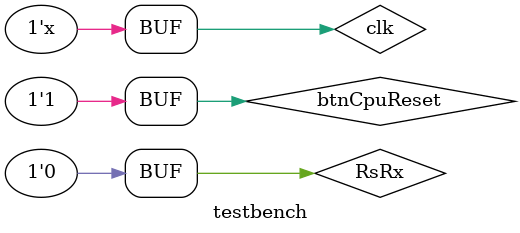
<source format=v>

`timescale 1ps / 1ps


module testbench;

	// Inputs
	reg clk;
	reg btnCpuReset;
	reg RsRx;

	// Outputs
	wire [15:0] led;
	wire [6:0] seg;
	wire [3:0] an;
	wire [3:0] vgaR;
	wire [3:0] vgaG;
	wire [3:0] vgaB;
	wire vgaHsync;
	wire vgaVsync;
	wire RsTx;

	// Instantiate the Unit Under Test (UUT)
	soc uut (
		.clk(clk), 
		.led(led), 
		.seg(seg), 
		.an(an), 
		.btnCpuReset(btnCpuReset), 
		.vgaR(vgaR), 
		.vgaG(vgaG), 
		.vgaB(vgaB), 
		.vgaHsync(vgaHsync), 
		.vgaVsync(vgaVsync), 
		.RsRx(RsRx), 
		.RsTx(RsTx)
	);

	initial begin
		// Initialize Inputs
		clk = 0;
		btnCpuReset = 0;
		RsRx = 0;

		// Wait 100 ns for global reset to finish
		#5000000;
        
		// Add stimulus here
		btnCpuReset = 1;


	end

      always #10000 clk = ~clk;

endmodule


</source>
